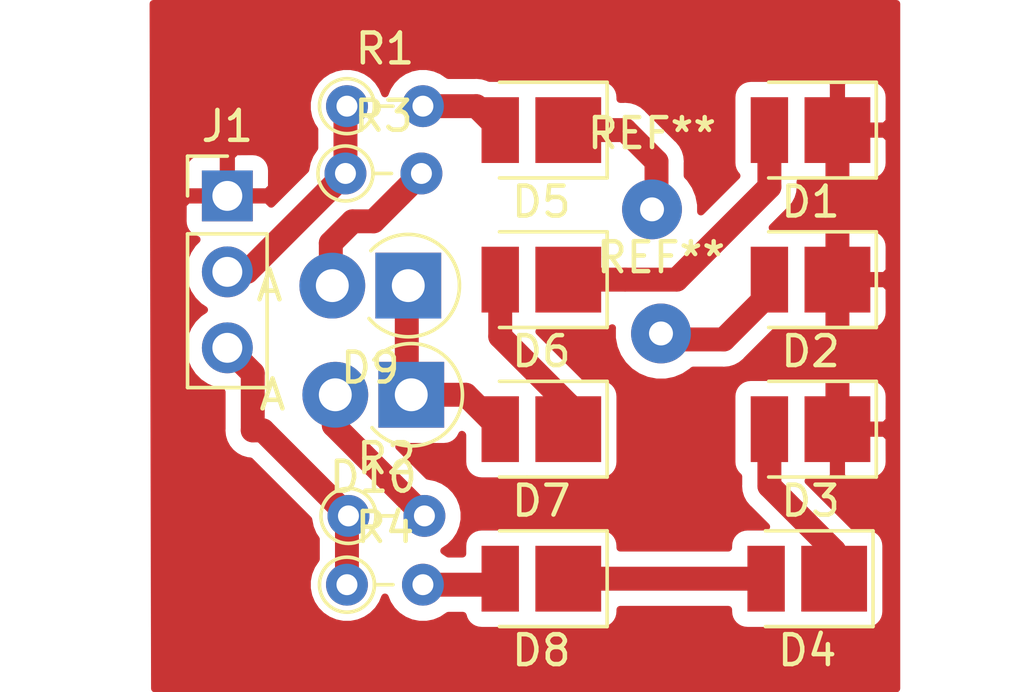
<source format=kicad_pcb>
(kicad_pcb (version 20171130) (host pcbnew 5.1.5+dfsg1-2build2)

  (general
    (thickness 1.6)
    (drawings 0)
    (tracks 45)
    (zones 0)
    (modules 17)
    (nets 14)
  )

  (page A4)
  (layers
    (0 F.Cu signal)
    (31 B.Cu signal)
    (32 B.Adhes user)
    (33 F.Adhes user)
    (34 B.Paste user)
    (35 F.Paste user)
    (36 B.SilkS user)
    (37 F.SilkS user)
    (38 B.Mask user)
    (39 F.Mask user)
    (40 Dwgs.User user)
    (41 Cmts.User user)
    (42 Eco1.User user)
    (43 Eco2.User user)
    (44 Edge.Cuts user)
    (45 Margin user)
    (46 B.CrtYd user)
    (47 F.CrtYd user)
    (48 B.Fab user)
    (49 F.Fab user)
  )

  (setup
    (last_trace_width 0.8)
    (trace_clearance 0.5)
    (zone_clearance 0.508)
    (zone_45_only no)
    (trace_min 0.2)
    (via_size 0.8)
    (via_drill 0.4)
    (via_min_size 0.4)
    (via_min_drill 0.3)
    (uvia_size 0.3)
    (uvia_drill 0.1)
    (uvias_allowed no)
    (uvia_min_size 0.2)
    (uvia_min_drill 0.1)
    (edge_width 0.05)
    (segment_width 0.2)
    (pcb_text_width 0.3)
    (pcb_text_size 1.5 1.5)
    (mod_edge_width 0.12)
    (mod_text_size 1 1)
    (mod_text_width 0.15)
    (pad_size 1.524 1.524)
    (pad_drill 0.762)
    (pad_to_mask_clearance 0.051)
    (solder_mask_min_width 0.25)
    (aux_axis_origin 0 0)
    (visible_elements FFFFFF7F)
    (pcbplotparams
      (layerselection 0x010fc_ffffffff)
      (usegerberextensions false)
      (usegerberattributes false)
      (usegerberadvancedattributes false)
      (creategerberjobfile false)
      (excludeedgelayer true)
      (linewidth 0.100000)
      (plotframeref false)
      (viasonmask false)
      (mode 1)
      (useauxorigin false)
      (hpglpennumber 1)
      (hpglpenspeed 20)
      (hpglpendiameter 15.000000)
      (psnegative false)
      (psa4output false)
      (plotreference true)
      (plotvalue true)
      (plotinvisibletext false)
      (padsonsilk false)
      (subtractmaskfromsilk false)
      (outputformat 1)
      (mirror false)
      (drillshape 1)
      (scaleselection 1)
      (outputdirectory ""))
  )

  (net 0 "")
  (net 1 GND)
  (net 2 "Net-(D1-Pad2)")
  (net 3 "Net-(D2-Pad2)")
  (net 4 "Net-(D3-Pad2)")
  (net 5 "Net-(D4-Pad2)")
  (net 6 "Net-(D5-Pad2)")
  (net 7 "Net-(D6-Pad2)")
  (net 8 "Net-(D10-Pad1)")
  (net 9 "Net-(D8-Pad2)")
  (net 10 "Net-(D9-Pad2)")
  (net 11 "Net-(D10-Pad2)")
  (net 12 /BrakesLights)
  (net 13 /ParkerLights)

  (net_class Default "This is the default net class."
    (clearance 0.5)
    (trace_width 0.8)
    (via_dia 0.8)
    (via_drill 0.4)
    (uvia_dia 0.3)
    (uvia_drill 0.1)
    (add_net /BrakesLights)
    (add_net /ParkerLights)
    (add_net GND)
    (add_net "Net-(D1-Pad2)")
    (add_net "Net-(D10-Pad1)")
    (add_net "Net-(D10-Pad2)")
    (add_net "Net-(D2-Pad2)")
    (add_net "Net-(D3-Pad2)")
    (add_net "Net-(D4-Pad2)")
    (add_net "Net-(D5-Pad2)")
    (add_net "Net-(D6-Pad2)")
    (add_net "Net-(D8-Pad2)")
    (add_net "Net-(D9-Pad2)")
  )

  (module Connector_Wire:SolderWirePad_1x01_Drill0.8mm (layer F.Cu) (tedit 5A2676A0) (tstamp 62AD8550)
    (at 154 93.8)
    (descr "Wire solder connection")
    (tags connector)
    (attr virtual)
    (fp_text reference REF** (at 0 -2.54) (layer F.SilkS)
      (effects (font (size 1 1) (thickness 0.15)))
    )
    (fp_text value SolderWirePad_1x01_Drill0.8mm (at 0 2.54) (layer F.Fab)
      (effects (font (size 1 1) (thickness 0.15)))
    )
    (fp_line (start 1.5 1.5) (end -1.5 1.5) (layer F.CrtYd) (width 0.05))
    (fp_line (start 1.5 1.5) (end 1.5 -1.5) (layer F.CrtYd) (width 0.05))
    (fp_line (start -1.5 -1.5) (end -1.5 1.5) (layer F.CrtYd) (width 0.05))
    (fp_line (start -1.5 -1.5) (end 1.5 -1.5) (layer F.CrtYd) (width 0.05))
    (fp_text user %R (at 0 0) (layer F.Fab)
      (effects (font (size 1 1) (thickness 0.15)))
    )
    (pad 1 thru_hole circle (at 0 0) (size 1.99898 1.99898) (drill 0.8001) (layers *.Cu *.Mask))
  )

  (module Connector_Wire:SolderWirePad_1x01_Drill0.8mm (layer F.Cu) (tedit 5A2676A0) (tstamp 62AD8534)
    (at 153.7 89.65)
    (descr "Wire solder connection")
    (tags connector)
    (attr virtual)
    (fp_text reference REF** (at 0 -2.54) (layer F.SilkS)
      (effects (font (size 1 1) (thickness 0.15)))
    )
    (fp_text value SolderWirePad_1x01_Drill0.8mm (at 0 2.54) (layer F.Fab)
      (effects (font (size 1 1) (thickness 0.15)))
    )
    (fp_line (start 1.5 1.5) (end -1.5 1.5) (layer F.CrtYd) (width 0.05))
    (fp_line (start 1.5 1.5) (end 1.5 -1.5) (layer F.CrtYd) (width 0.05))
    (fp_line (start -1.5 -1.5) (end -1.5 1.5) (layer F.CrtYd) (width 0.05))
    (fp_line (start -1.5 -1.5) (end 1.5 -1.5) (layer F.CrtYd) (width 0.05))
    (fp_text user %R (at 0 0) (layer F.Fab)
      (effects (font (size 1 1) (thickness 0.15)))
    )
    (pad 1 thru_hole circle (at 0 0) (size 1.99898 1.99898) (drill 0.8001) (layers *.Cu *.Mask))
  )

  (module LED_SMD:LED_PLCC_2835 (layer F.Cu) (tedit 5C652239) (tstamp 62AD6343)
    (at 158.89 102 180)
    (descr https://www.luckylight.cn/media/component/data-sheet/R2835BC-B2M-M10.pdf)
    (tags LED)
    (path /62AD6CA7)
    (attr smd)
    (fp_text reference D4 (at 0 -2.4) (layer F.SilkS)
      (effects (font (size 1 1) (thickness 0.15)))
    )
    (fp_text value WHITE (at 0 2.475) (layer F.Fab)
      (effects (font (size 1 1) (thickness 0.15)))
    )
    (fp_line (start -1.05 -1.4) (end -1.75 -0.7) (layer F.Fab) (width 0.1))
    (fp_line (start -2.2 -1.6) (end -2.2 1.6) (layer F.SilkS) (width 0.12))
    (fp_text user %R (at 0 0) (layer F.Fab)
      (effects (font (size 0.9 0.9) (thickness 0.135)))
    )
    (fp_line (start 1.75 1.4) (end -1.75 1.4) (layer F.Fab) (width 0.1))
    (fp_line (start -1.75 1.4) (end -1.75 -0.7) (layer F.Fab) (width 0.1))
    (fp_line (start -1.05 -1.4) (end 1.75 -1.4) (layer F.Fab) (width 0.1))
    (fp_line (start 1.75 -1.4) (end 1.75 1.4) (layer F.Fab) (width 0.1))
    (fp_line (start 1.4 1.6) (end -2.2 1.6) (layer F.SilkS) (width 0.12))
    (fp_line (start 1.4 -1.6) (end -2.2 -1.6) (layer F.SilkS) (width 0.12))
    (fp_line (start 2.25 1.65) (end -2.25 1.65) (layer F.CrtYd) (width 0.05))
    (fp_line (start -2.25 1.65) (end -2.25 -1.65) (layer F.CrtYd) (width 0.05))
    (fp_line (start -2.25 -1.65) (end 2.25 -1.65) (layer F.CrtYd) (width 0.05))
    (fp_line (start 2.25 -1.65) (end 2.25 1.65) (layer F.CrtYd) (width 0.05))
    (pad 2 smd rect (at 1.375 0 180) (size 1.25 2.2) (layers F.Cu F.Paste F.Mask)
      (net 5 "Net-(D4-Pad2)"))
    (pad 1 smd rect (at -0.9 0 180) (size 2.2 2.2) (layers F.Cu F.Paste F.Mask)
      (net 4 "Net-(D3-Pad2)"))
    (model ${KISYS3DMOD}/LED_SMD.3dshapes/LED_PLCC_2835.wrl
      (at (xyz 0 0 0))
      (scale (xyz 1 1 1))
      (rotate (xyz 0 0 0))
    )
  )

  (module Resistor_THT:R_Axial_DIN0204_L3.6mm_D1.6mm_P2.54mm_Vertical (layer F.Cu) (tedit 5AE5139B) (tstamp 62AD6357)
    (at 143.45 88.45)
    (descr "Resistor, Axial_DIN0204 series, Axial, Vertical, pin pitch=2.54mm, 0.167W, length*diameter=3.6*1.6mm^2, http://cdn-reichelt.de/documents/datenblatt/B400/1_4W%23YAG.pdf")
    (tags "Resistor Axial_DIN0204 series Axial Vertical pin pitch 2.54mm 0.167W length 3.6mm diameter 1.6mm")
    (path /62ADCD84)
    (fp_text reference R3 (at 1.27 -1.92) (layer F.SilkS)
      (effects (font (size 1 1) (thickness 0.15)))
    )
    (fp_text value R_Small (at 1.27 1.92) (layer F.Fab)
      (effects (font (size 1 1) (thickness 0.15)))
    )
    (fp_text user %R (at 1.27 -1.92) (layer F.Fab)
      (effects (font (size 1 1) (thickness 0.15)))
    )
    (fp_line (start 3.49 -1.05) (end -1.05 -1.05) (layer F.CrtYd) (width 0.05))
    (fp_line (start 3.49 1.05) (end 3.49 -1.05) (layer F.CrtYd) (width 0.05))
    (fp_line (start -1.05 1.05) (end 3.49 1.05) (layer F.CrtYd) (width 0.05))
    (fp_line (start -1.05 -1.05) (end -1.05 1.05) (layer F.CrtYd) (width 0.05))
    (fp_line (start 0.92 0) (end 1.54 0) (layer F.SilkS) (width 0.12))
    (fp_line (start 0 0) (end 2.54 0) (layer F.Fab) (width 0.1))
    (fp_circle (center 0 0) (end 0.92 0) (layer F.SilkS) (width 0.12))
    (fp_circle (center 0 0) (end 0.8 0) (layer F.Fab) (width 0.1))
    (pad 2 thru_hole oval (at 2.54 0) (size 1.4 1.4) (drill 0.7) (layers *.Cu *.Mask)
      (net 10 "Net-(D9-Pad2)"))
    (pad 1 thru_hole circle (at 0 0) (size 1.4 1.4) (drill 0.7) (layers *.Cu *.Mask)
      (net 12 /BrakesLights))
    (model ${KISYS3DMOD}/Resistor_THT.3dshapes/R_Axial_DIN0204_L3.6mm_D1.6mm_P2.54mm_Vertical.wrl
      (at (xyz 0 0 0))
      (scale (xyz 1 1 1))
      (rotate (xyz 0 0 0))
    )
  )

  (module LED_SMD:LED_PLCC_2835 (layer F.Cu) (tedit 5C652239) (tstamp 62AD62F4)
    (at 150 92 180)
    (descr https://www.luckylight.cn/media/component/data-sheet/R2835BC-B2M-M10.pdf)
    (tags LED)
    (path /62AD5C4B)
    (attr smd)
    (fp_text reference D6 (at 0 -2.4) (layer F.SilkS)
      (effects (font (size 1 1) (thickness 0.15)))
    )
    (fp_text value RED (at 0 2.475) (layer F.Fab)
      (effects (font (size 1 1) (thickness 0.15)))
    )
    (fp_line (start 2.25 -1.65) (end 2.25 1.65) (layer F.CrtYd) (width 0.05))
    (fp_line (start -2.25 -1.65) (end 2.25 -1.65) (layer F.CrtYd) (width 0.05))
    (fp_line (start -2.25 1.65) (end -2.25 -1.65) (layer F.CrtYd) (width 0.05))
    (fp_line (start 2.25 1.65) (end -2.25 1.65) (layer F.CrtYd) (width 0.05))
    (fp_line (start 1.4 -1.6) (end -2.2 -1.6) (layer F.SilkS) (width 0.12))
    (fp_line (start 1.4 1.6) (end -2.2 1.6) (layer F.SilkS) (width 0.12))
    (fp_line (start 1.75 -1.4) (end 1.75 1.4) (layer F.Fab) (width 0.1))
    (fp_line (start -1.05 -1.4) (end 1.75 -1.4) (layer F.Fab) (width 0.1))
    (fp_line (start -1.75 1.4) (end -1.75 -0.7) (layer F.Fab) (width 0.1))
    (fp_line (start 1.75 1.4) (end -1.75 1.4) (layer F.Fab) (width 0.1))
    (fp_text user %R (at 0 0) (layer F.Fab)
      (effects (font (size 0.9 0.9) (thickness 0.135)))
    )
    (fp_line (start -2.2 -1.6) (end -2.2 1.6) (layer F.SilkS) (width 0.12))
    (fp_line (start -1.05 -1.4) (end -1.75 -0.7) (layer F.Fab) (width 0.1))
    (pad 1 smd rect (at -0.9 0 180) (size 2.2 2.2) (layers F.Cu F.Paste F.Mask)
      (net 2 "Net-(D1-Pad2)"))
    (pad 2 smd rect (at 1.375 0 180) (size 1.25 2.2) (layers F.Cu F.Paste F.Mask)
      (net 7 "Net-(D6-Pad2)"))
    (model ${KISYS3DMOD}/LED_SMD.3dshapes/LED_PLCC_2835.wrl
      (at (xyz 0 0 0))
      (scale (xyz 1 1 1))
      (rotate (xyz 0 0 0))
    )
  )

  (module Diode_THT:D_DO-41_SOD81_P2.54mm_Vertical_AnodeUp (layer F.Cu) (tedit 5AE50CD5) (tstamp 62AD6306)
    (at 145.65 95.85 180)
    (descr "Diode, DO-41_SOD81 series, Axial, Vertical, pin pitch=2.54mm, , length*diameter=5.2*2.7mm^2, , http://www.diodes.com/_files/packages/DO-41%20(Plastic).pdf")
    (tags "Diode DO-41_SOD81 series Axial Vertical pin pitch 2.54mm  length 5.2mm diameter 2.7mm")
    (path /62AE2866)
    (fp_text reference D10 (at 1.27 -2.750635) (layer F.SilkS)
      (effects (font (size 1 1) (thickness 0.15)))
    )
    (fp_text value D (at 1.27 3.639635) (layer F.Fab)
      (effects (font (size 1 1) (thickness 0.15)))
    )
    (fp_text user A (at 4.64 0) (layer F.SilkS)
      (effects (font (size 1 1) (thickness 0.15)))
    )
    (fp_text user A (at 4.64 0) (layer F.Fab)
      (effects (font (size 1 1) (thickness 0.15)))
    )
    (fp_text user %R (at 1.27 -2.750635) (layer F.Fab)
      (effects (font (size 1 1) (thickness 0.15)))
    )
    (fp_line (start 3.89 -1.6) (end -1.6 -1.6) (layer F.CrtYd) (width 0.05))
    (fp_line (start 3.89 1.6) (end 3.89 -1.6) (layer F.CrtYd) (width 0.05))
    (fp_line (start -1.6 1.6) (end 3.89 1.6) (layer F.CrtYd) (width 0.05))
    (fp_line (start -1.6 -1.6) (end -1.6 1.6) (layer F.CrtYd) (width 0.05))
    (fp_line (start 0 0) (end 2.54 0) (layer F.Fab) (width 0.1))
    (fp_circle (center 0 0) (end 1.35 0) (layer F.Fab) (width 0.1))
    (fp_arc (start 0 0) (end 1.311153 -1.1) (angle -276.998058) (layer F.SilkS) (width 0.12))
    (pad 2 thru_hole oval (at 2.54 0 180) (size 2.2 2.2) (drill 1.1) (layers *.Cu *.Mask)
      (net 11 "Net-(D10-Pad2)"))
    (pad 1 thru_hole rect (at 0 0 180) (size 2.2 2.2) (drill 1.1) (layers *.Cu *.Mask)
      (net 8 "Net-(D10-Pad1)"))
    (model ${KISYS3DMOD}/Diode_THT.3dshapes/D_DO-41_SOD81_P2.54mm_Vertical_AnodeUp.wrl
      (at (xyz 0 0 0))
      (scale (xyz 1 1 1))
      (rotate (xyz 0 0 0))
    )
  )

  (module LED_SMD:LED_PLCC_2835 (layer F.Cu) (tedit 5C652239) (tstamp 62AD6315)
    (at 150 102 180)
    (descr https://www.luckylight.cn/media/component/data-sheet/R2835BC-B2M-M10.pdf)
    (tags LED)
    (path /62AD7114)
    (attr smd)
    (fp_text reference D8 (at 0 -2.4) (layer F.SilkS)
      (effects (font (size 1 1) (thickness 0.15)))
    )
    (fp_text value WHITE (at 0 2.475) (layer F.Fab)
      (effects (font (size 1 1) (thickness 0.15)))
    )
    (fp_line (start 2.25 -1.65) (end 2.25 1.65) (layer F.CrtYd) (width 0.05))
    (fp_line (start -2.25 -1.65) (end 2.25 -1.65) (layer F.CrtYd) (width 0.05))
    (fp_line (start -2.25 1.65) (end -2.25 -1.65) (layer F.CrtYd) (width 0.05))
    (fp_line (start 2.25 1.65) (end -2.25 1.65) (layer F.CrtYd) (width 0.05))
    (fp_line (start 1.4 -1.6) (end -2.2 -1.6) (layer F.SilkS) (width 0.12))
    (fp_line (start 1.4 1.6) (end -2.2 1.6) (layer F.SilkS) (width 0.12))
    (fp_line (start 1.75 -1.4) (end 1.75 1.4) (layer F.Fab) (width 0.1))
    (fp_line (start -1.05 -1.4) (end 1.75 -1.4) (layer F.Fab) (width 0.1))
    (fp_line (start -1.75 1.4) (end -1.75 -0.7) (layer F.Fab) (width 0.1))
    (fp_line (start 1.75 1.4) (end -1.75 1.4) (layer F.Fab) (width 0.1))
    (fp_text user %R (at 0 0) (layer F.Fab)
      (effects (font (size 0.9 0.9) (thickness 0.135)))
    )
    (fp_line (start -2.2 -1.6) (end -2.2 1.6) (layer F.SilkS) (width 0.12))
    (fp_line (start -1.05 -1.4) (end -1.75 -0.7) (layer F.Fab) (width 0.1))
    (pad 1 smd rect (at -0.9 0 180) (size 2.2 2.2) (layers F.Cu F.Paste F.Mask)
      (net 5 "Net-(D4-Pad2)"))
    (pad 2 smd rect (at 1.375 0 180) (size 1.25 2.2) (layers F.Cu F.Paste F.Mask)
      (net 9 "Net-(D8-Pad2)"))
    (model ${KISYS3DMOD}/LED_SMD.3dshapes/LED_PLCC_2835.wrl
      (at (xyz 0 0 0))
      (scale (xyz 1 1 1))
      (rotate (xyz 0 0 0))
    )
  )

  (module LED_SMD:LED_PLCC_2835 (layer F.Cu) (tedit 5C652239) (tstamp 62AD62D7)
    (at 159 97 180)
    (descr https://www.luckylight.cn/media/component/data-sheet/R2835BC-B2M-M10.pdf)
    (tags LED)
    (path /62AD66EF)
    (attr smd)
    (fp_text reference D3 (at 0 -2.4) (layer F.SilkS)
      (effects (font (size 1 1) (thickness 0.15)))
    )
    (fp_text value WHITE (at 0 2.475) (layer F.Fab)
      (effects (font (size 1 1) (thickness 0.15)))
    )
    (fp_line (start 2.25 -1.65) (end 2.25 1.65) (layer F.CrtYd) (width 0.05))
    (fp_line (start -2.25 -1.65) (end 2.25 -1.65) (layer F.CrtYd) (width 0.05))
    (fp_line (start -2.25 1.65) (end -2.25 -1.65) (layer F.CrtYd) (width 0.05))
    (fp_line (start 2.25 1.65) (end -2.25 1.65) (layer F.CrtYd) (width 0.05))
    (fp_line (start 1.4 -1.6) (end -2.2 -1.6) (layer F.SilkS) (width 0.12))
    (fp_line (start 1.4 1.6) (end -2.2 1.6) (layer F.SilkS) (width 0.12))
    (fp_line (start 1.75 -1.4) (end 1.75 1.4) (layer F.Fab) (width 0.1))
    (fp_line (start -1.05 -1.4) (end 1.75 -1.4) (layer F.Fab) (width 0.1))
    (fp_line (start -1.75 1.4) (end -1.75 -0.7) (layer F.Fab) (width 0.1))
    (fp_line (start 1.75 1.4) (end -1.75 1.4) (layer F.Fab) (width 0.1))
    (fp_text user %R (at 0 0) (layer F.Fab)
      (effects (font (size 0.9 0.9) (thickness 0.135)))
    )
    (fp_line (start -2.2 -1.6) (end -2.2 1.6) (layer F.SilkS) (width 0.12))
    (fp_line (start -1.05 -1.4) (end -1.75 -0.7) (layer F.Fab) (width 0.1))
    (pad 1 smd rect (at -0.9 0 180) (size 2.2 2.2) (layers F.Cu F.Paste F.Mask)
      (net 1 GND))
    (pad 2 smd rect (at 1.375 0 180) (size 1.25 2.2) (layers F.Cu F.Paste F.Mask)
      (net 4 "Net-(D3-Pad2)"))
    (model ${KISYS3DMOD}/LED_SMD.3dshapes/LED_PLCC_2835.wrl
      (at (xyz 0 0 0))
      (scale (xyz 1 1 1))
      (rotate (xyz 0 0 0))
    )
  )

  (module LED_SMD:LED_PLCC_2835 (layer F.Cu) (tedit 5C652239) (tstamp 62AD62C5)
    (at 159 92 180)
    (descr https://www.luckylight.cn/media/component/data-sheet/R2835BC-B2M-M10.pdf)
    (tags LED)
    (path /62AD53F5)
    (attr smd)
    (fp_text reference D2 (at 0 -2.4) (layer F.SilkS)
      (effects (font (size 1 1) (thickness 0.15)))
    )
    (fp_text value RED (at 0 2.475) (layer F.Fab)
      (effects (font (size 1 1) (thickness 0.15)))
    )
    (fp_line (start -1.05 -1.4) (end -1.75 -0.7) (layer F.Fab) (width 0.1))
    (fp_line (start -2.2 -1.6) (end -2.2 1.6) (layer F.SilkS) (width 0.12))
    (fp_text user %R (at 0 0) (layer F.Fab)
      (effects (font (size 0.9 0.9) (thickness 0.135)))
    )
    (fp_line (start 1.75 1.4) (end -1.75 1.4) (layer F.Fab) (width 0.1))
    (fp_line (start -1.75 1.4) (end -1.75 -0.7) (layer F.Fab) (width 0.1))
    (fp_line (start -1.05 -1.4) (end 1.75 -1.4) (layer F.Fab) (width 0.1))
    (fp_line (start 1.75 -1.4) (end 1.75 1.4) (layer F.Fab) (width 0.1))
    (fp_line (start 1.4 1.6) (end -2.2 1.6) (layer F.SilkS) (width 0.12))
    (fp_line (start 1.4 -1.6) (end -2.2 -1.6) (layer F.SilkS) (width 0.12))
    (fp_line (start 2.25 1.65) (end -2.25 1.65) (layer F.CrtYd) (width 0.05))
    (fp_line (start -2.25 1.65) (end -2.25 -1.65) (layer F.CrtYd) (width 0.05))
    (fp_line (start -2.25 -1.65) (end 2.25 -1.65) (layer F.CrtYd) (width 0.05))
    (fp_line (start 2.25 -1.65) (end 2.25 1.65) (layer F.CrtYd) (width 0.05))
    (pad 2 smd rect (at 1.375 0 180) (size 1.25 2.2) (layers F.Cu F.Paste F.Mask)
      (net 3 "Net-(D2-Pad2)"))
    (pad 1 smd rect (at -0.9 0 180) (size 2.2 2.2) (layers F.Cu F.Paste F.Mask)
      (net 1 GND))
    (model ${KISYS3DMOD}/LED_SMD.3dshapes/LED_PLCC_2835.wrl
      (at (xyz 0 0 0))
      (scale (xyz 1 1 1))
      (rotate (xyz 0 0 0))
    )
  )

  (module Resistor_THT:R_Axial_DIN0204_L3.6mm_D1.6mm_P2.54mm_Vertical (layer F.Cu) (tedit 5AE5139B) (tstamp 62AD6273)
    (at 143.55 99.9)
    (descr "Resistor, Axial_DIN0204 series, Axial, Vertical, pin pitch=2.54mm, 0.167W, length*diameter=3.6*1.6mm^2, http://cdn-reichelt.de/documents/datenblatt/B400/1_4W%23YAG.pdf")
    (tags "Resistor Axial_DIN0204 series Axial Vertical pin pitch 2.54mm 0.167W length 3.6mm diameter 1.6mm")
    (path /62AE9447)
    (fp_text reference R2 (at 1.27 -1.92) (layer F.SilkS)
      (effects (font (size 1 1) (thickness 0.15)))
    )
    (fp_text value R_Small (at 1.27 1.92) (layer F.Fab)
      (effects (font (size 1 1) (thickness 0.15)))
    )
    (fp_circle (center 0 0) (end 0.8 0) (layer F.Fab) (width 0.1))
    (fp_circle (center 0 0) (end 0.92 0) (layer F.SilkS) (width 0.12))
    (fp_line (start 0 0) (end 2.54 0) (layer F.Fab) (width 0.1))
    (fp_line (start 0.92 0) (end 1.54 0) (layer F.SilkS) (width 0.12))
    (fp_line (start -1.05 -1.05) (end -1.05 1.05) (layer F.CrtYd) (width 0.05))
    (fp_line (start -1.05 1.05) (end 3.49 1.05) (layer F.CrtYd) (width 0.05))
    (fp_line (start 3.49 1.05) (end 3.49 -1.05) (layer F.CrtYd) (width 0.05))
    (fp_line (start 3.49 -1.05) (end -1.05 -1.05) (layer F.CrtYd) (width 0.05))
    (fp_text user %R (at 1.27 -1.92) (layer F.Fab)
      (effects (font (size 1 1) (thickness 0.15)))
    )
    (pad 1 thru_hole circle (at 0 0) (size 1.4 1.4) (drill 0.7) (layers *.Cu *.Mask)
      (net 13 /ParkerLights))
    (pad 2 thru_hole oval (at 2.54 0) (size 1.4 1.4) (drill 0.7) (layers *.Cu *.Mask)
      (net 11 "Net-(D10-Pad2)"))
    (model ${KISYS3DMOD}/Resistor_THT.3dshapes/R_Axial_DIN0204_L3.6mm_D1.6mm_P2.54mm_Vertical.wrl
      (at (xyz 0 0 0))
      (scale (xyz 1 1 1))
      (rotate (xyz 0 0 0))
    )
  )

  (module Diode_THT:D_DO-41_SOD81_P2.54mm_Vertical_AnodeUp (layer F.Cu) (tedit 5AE50CD5) (tstamp 62AD6232)
    (at 145.55 92.2 180)
    (descr "Diode, DO-41_SOD81 series, Axial, Vertical, pin pitch=2.54mm, , length*diameter=5.2*2.7mm^2, , http://www.diodes.com/_files/packages/DO-41%20(Plastic).pdf")
    (tags "Diode DO-41_SOD81 series Axial Vertical pin pitch 2.54mm  length 5.2mm diameter 2.7mm")
    (path /62AF5F40)
    (fp_text reference D9 (at 1.27 -2.750635) (layer F.SilkS)
      (effects (font (size 1 1) (thickness 0.15)))
    )
    (fp_text value D (at 1.27 3.639635) (layer F.Fab)
      (effects (font (size 1 1) (thickness 0.15)))
    )
    (fp_arc (start 0 0) (end 1.311153 -1.1) (angle -276.998058) (layer F.SilkS) (width 0.12))
    (fp_circle (center 0 0) (end 1.35 0) (layer F.Fab) (width 0.1))
    (fp_line (start 0 0) (end 2.54 0) (layer F.Fab) (width 0.1))
    (fp_line (start -1.6 -1.6) (end -1.6 1.6) (layer F.CrtYd) (width 0.05))
    (fp_line (start -1.6 1.6) (end 3.89 1.6) (layer F.CrtYd) (width 0.05))
    (fp_line (start 3.89 1.6) (end 3.89 -1.6) (layer F.CrtYd) (width 0.05))
    (fp_line (start 3.89 -1.6) (end -1.6 -1.6) (layer F.CrtYd) (width 0.05))
    (fp_text user %R (at 1.27 -2.750635) (layer F.Fab)
      (effects (font (size 1 1) (thickness 0.15)))
    )
    (fp_text user A (at 4.64 0) (layer F.Fab)
      (effects (font (size 1 1) (thickness 0.15)))
    )
    (fp_text user A (at 4.64 0) (layer F.SilkS)
      (effects (font (size 1 1) (thickness 0.15)))
    )
    (pad 1 thru_hole rect (at 0 0 180) (size 2.2 2.2) (drill 1.1) (layers *.Cu *.Mask)
      (net 8 "Net-(D10-Pad1)"))
    (pad 2 thru_hole oval (at 2.54 0 180) (size 2.2 2.2) (drill 1.1) (layers *.Cu *.Mask)
      (net 10 "Net-(D9-Pad2)"))
    (model ${KISYS3DMOD}/Diode_THT.3dshapes/D_DO-41_SOD81_P2.54mm_Vertical_AnodeUp.wrl
      (at (xyz 0 0 0))
      (scale (xyz 1 1 1))
      (rotate (xyz 0 0 0))
    )
  )

  (module Connector_PinHeader_2.54mm:PinHeader_1x03_P2.54mm_Vertical (layer F.Cu) (tedit 59FED5CC) (tstamp 62AD6253)
    (at 139.5 89.2)
    (descr "Through hole straight pin header, 1x03, 2.54mm pitch, single row")
    (tags "Through hole pin header THT 1x03 2.54mm single row")
    (path /62B0CF83)
    (fp_text reference J1 (at 0 -2.33) (layer F.SilkS)
      (effects (font (size 1 1) (thickness 0.15)))
    )
    (fp_text value "Gnd Brakes Parkers" (at 0 7.41) (layer F.Fab)
      (effects (font (size 1 1) (thickness 0.15)))
    )
    (fp_text user %R (at 0 2.54 90) (layer F.Fab)
      (effects (font (size 1 1) (thickness 0.15)))
    )
    (fp_line (start 1.8 -1.8) (end -1.8 -1.8) (layer F.CrtYd) (width 0.05))
    (fp_line (start 1.8 6.85) (end 1.8 -1.8) (layer F.CrtYd) (width 0.05))
    (fp_line (start -1.8 6.85) (end 1.8 6.85) (layer F.CrtYd) (width 0.05))
    (fp_line (start -1.8 -1.8) (end -1.8 6.85) (layer F.CrtYd) (width 0.05))
    (fp_line (start -1.33 -1.33) (end 0 -1.33) (layer F.SilkS) (width 0.12))
    (fp_line (start -1.33 0) (end -1.33 -1.33) (layer F.SilkS) (width 0.12))
    (fp_line (start -1.33 1.27) (end 1.33 1.27) (layer F.SilkS) (width 0.12))
    (fp_line (start 1.33 1.27) (end 1.33 6.41) (layer F.SilkS) (width 0.12))
    (fp_line (start -1.33 1.27) (end -1.33 6.41) (layer F.SilkS) (width 0.12))
    (fp_line (start -1.33 6.41) (end 1.33 6.41) (layer F.SilkS) (width 0.12))
    (fp_line (start -1.27 -0.635) (end -0.635 -1.27) (layer F.Fab) (width 0.1))
    (fp_line (start -1.27 6.35) (end -1.27 -0.635) (layer F.Fab) (width 0.1))
    (fp_line (start 1.27 6.35) (end -1.27 6.35) (layer F.Fab) (width 0.1))
    (fp_line (start 1.27 -1.27) (end 1.27 6.35) (layer F.Fab) (width 0.1))
    (fp_line (start -0.635 -1.27) (end 1.27 -1.27) (layer F.Fab) (width 0.1))
    (pad 3 thru_hole oval (at 0 5.08) (size 1.7 1.7) (drill 1) (layers *.Cu *.Mask)
      (net 13 /ParkerLights))
    (pad 2 thru_hole oval (at 0 2.54) (size 1.7 1.7) (drill 1) (layers *.Cu *.Mask)
      (net 12 /BrakesLights))
    (pad 1 thru_hole rect (at 0 0) (size 1.7 1.7) (drill 1) (layers *.Cu *.Mask)
      (net 1 GND))
    (model ${KISYS3DMOD}/Connector_PinHeader_2.54mm.3dshapes/PinHeader_1x03_P2.54mm_Vertical.wrl
      (at (xyz 0 0 0))
      (scale (xyz 1 1 1))
      (rotate (xyz 0 0 0))
    )
  )

  (module LED_SMD:LED_PLCC_2835 (layer F.Cu) (tedit 5C652239) (tstamp 62AD6328)
    (at 150 87 180)
    (descr https://www.luckylight.cn/media/component/data-sheet/R2835BC-B2M-M10.pdf)
    (tags LED)
    (path /62AD4DE3)
    (attr smd)
    (fp_text reference D5 (at 0 -2.4) (layer F.SilkS)
      (effects (font (size 1 1) (thickness 0.15)))
    )
    (fp_text value RED (at 0 2.475) (layer F.Fab)
      (effects (font (size 1 1) (thickness 0.15)))
    )
    (fp_line (start 2.25 -1.65) (end 2.25 1.65) (layer F.CrtYd) (width 0.05))
    (fp_line (start -2.25 -1.65) (end 2.25 -1.65) (layer F.CrtYd) (width 0.05))
    (fp_line (start -2.25 1.65) (end -2.25 -1.65) (layer F.CrtYd) (width 0.05))
    (fp_line (start 2.25 1.65) (end -2.25 1.65) (layer F.CrtYd) (width 0.05))
    (fp_line (start 1.4 -1.6) (end -2.2 -1.6) (layer F.SilkS) (width 0.12))
    (fp_line (start 1.4 1.6) (end -2.2 1.6) (layer F.SilkS) (width 0.12))
    (fp_line (start 1.75 -1.4) (end 1.75 1.4) (layer F.Fab) (width 0.1))
    (fp_line (start -1.05 -1.4) (end 1.75 -1.4) (layer F.Fab) (width 0.1))
    (fp_line (start -1.75 1.4) (end -1.75 -0.7) (layer F.Fab) (width 0.1))
    (fp_line (start 1.75 1.4) (end -1.75 1.4) (layer F.Fab) (width 0.1))
    (fp_text user %R (at 0 0) (layer F.Fab)
      (effects (font (size 0.9 0.9) (thickness 0.135)))
    )
    (fp_line (start -2.2 -1.6) (end -2.2 1.6) (layer F.SilkS) (width 0.12))
    (fp_line (start -1.05 -1.4) (end -1.75 -0.7) (layer F.Fab) (width 0.1))
    (pad 1 smd rect (at -0.9 0 180) (size 2.2 2.2) (layers F.Cu F.Paste F.Mask)
      (net 3 "Net-(D2-Pad2)"))
    (pad 2 smd rect (at 1.375 0 180) (size 1.25 2.2) (layers F.Cu F.Paste F.Mask)
      (net 6 "Net-(D5-Pad2)"))
    (model ${KISYS3DMOD}/LED_SMD.3dshapes/LED_PLCC_2835.wrl
      (at (xyz 0 0 0))
      (scale (xyz 1 1 1))
      (rotate (xyz 0 0 0))
    )
  )

  (module Resistor_THT:R_Axial_DIN0204_L3.6mm_D1.6mm_P2.54mm_Vertical (layer F.Cu) (tedit 5AE5139B) (tstamp 62AD62B6)
    (at 143.5 102.2)
    (descr "Resistor, Axial_DIN0204 series, Axial, Vertical, pin pitch=2.54mm, 0.167W, length*diameter=3.6*1.6mm^2, http://cdn-reichelt.de/documents/datenblatt/B400/1_4W%23YAG.pdf")
    (tags "Resistor Axial_DIN0204 series Axial Vertical pin pitch 2.54mm 0.167W length 3.6mm diameter 1.6mm")
    (path /62AE9915)
    (fp_text reference R4 (at 1.27 -1.92) (layer F.SilkS)
      (effects (font (size 1 1) (thickness 0.15)))
    )
    (fp_text value R_Small (at 1.27 1.92) (layer F.Fab)
      (effects (font (size 1 1) (thickness 0.15)))
    )
    (fp_text user %R (at 1.27 -1.92) (layer F.Fab)
      (effects (font (size 1 1) (thickness 0.15)))
    )
    (fp_line (start 3.49 -1.05) (end -1.05 -1.05) (layer F.CrtYd) (width 0.05))
    (fp_line (start 3.49 1.05) (end 3.49 -1.05) (layer F.CrtYd) (width 0.05))
    (fp_line (start -1.05 1.05) (end 3.49 1.05) (layer F.CrtYd) (width 0.05))
    (fp_line (start -1.05 -1.05) (end -1.05 1.05) (layer F.CrtYd) (width 0.05))
    (fp_line (start 0.92 0) (end 1.54 0) (layer F.SilkS) (width 0.12))
    (fp_line (start 0 0) (end 2.54 0) (layer F.Fab) (width 0.1))
    (fp_circle (center 0 0) (end 0.92 0) (layer F.SilkS) (width 0.12))
    (fp_circle (center 0 0) (end 0.8 0) (layer F.Fab) (width 0.1))
    (pad 2 thru_hole oval (at 2.54 0) (size 1.4 1.4) (drill 0.7) (layers *.Cu *.Mask)
      (net 9 "Net-(D8-Pad2)"))
    (pad 1 thru_hole circle (at 0 0) (size 1.4 1.4) (drill 0.7) (layers *.Cu *.Mask)
      (net 13 /ParkerLights))
    (model ${KISYS3DMOD}/Resistor_THT.3dshapes/R_Axial_DIN0204_L3.6mm_D1.6mm_P2.54mm_Vertical.wrl
      (at (xyz 0 0 0))
      (scale (xyz 1 1 1))
      (rotate (xyz 0 0 0))
    )
  )

  (module LED_SMD:LED_PLCC_2835 (layer F.Cu) (tedit 5C652239) (tstamp 62AD6839)
    (at 159 87 180)
    (descr https://www.luckylight.cn/media/component/data-sheet/R2835BC-B2M-M10.pdf)
    (tags LED)
    (path /62AD4394)
    (attr smd)
    (fp_text reference D1 (at 0 -2.4) (layer F.SilkS)
      (effects (font (size 1 1) (thickness 0.15)))
    )
    (fp_text value RED (at 0 2.475) (layer F.Fab)
      (effects (font (size 1 1) (thickness 0.15)))
    )
    (fp_line (start -1.05 -1.4) (end -1.75 -0.7) (layer F.Fab) (width 0.1))
    (fp_line (start -2.2 -1.6) (end -2.2 1.6) (layer F.SilkS) (width 0.12))
    (fp_text user %R (at 0 0) (layer F.Fab)
      (effects (font (size 0.9 0.9) (thickness 0.135)))
    )
    (fp_line (start 1.75 1.4) (end -1.75 1.4) (layer F.Fab) (width 0.1))
    (fp_line (start -1.75 1.4) (end -1.75 -0.7) (layer F.Fab) (width 0.1))
    (fp_line (start -1.05 -1.4) (end 1.75 -1.4) (layer F.Fab) (width 0.1))
    (fp_line (start 1.75 -1.4) (end 1.75 1.4) (layer F.Fab) (width 0.1))
    (fp_line (start 1.4 1.6) (end -2.2 1.6) (layer F.SilkS) (width 0.12))
    (fp_line (start 1.4 -1.6) (end -2.2 -1.6) (layer F.SilkS) (width 0.12))
    (fp_line (start 2.25 1.65) (end -2.25 1.65) (layer F.CrtYd) (width 0.05))
    (fp_line (start -2.25 1.65) (end -2.25 -1.65) (layer F.CrtYd) (width 0.05))
    (fp_line (start -2.25 -1.65) (end 2.25 -1.65) (layer F.CrtYd) (width 0.05))
    (fp_line (start 2.25 -1.65) (end 2.25 1.65) (layer F.CrtYd) (width 0.05))
    (pad 2 smd rect (at 1.375 0 180) (size 1.25 2.2) (layers F.Cu F.Paste F.Mask)
      (net 2 "Net-(D1-Pad2)"))
    (pad 1 smd rect (at -0.9 0 180) (size 2.2 2.2) (layers F.Cu F.Paste F.Mask)
      (net 1 GND))
    (model ${KISYS3DMOD}/LED_SMD.3dshapes/LED_PLCC_2835.wrl
      (at (xyz 0 0 0))
      (scale (xyz 1 1 1))
      (rotate (xyz 0 0 0))
    )
  )

  (module Resistor_THT:R_Axial_DIN0204_L3.6mm_D1.6mm_P2.54mm_Vertical (layer F.Cu) (tedit 5AE5139B) (tstamp 62AD6245)
    (at 143.5 86.2)
    (descr "Resistor, Axial_DIN0204 series, Axial, Vertical, pin pitch=2.54mm, 0.167W, length*diameter=3.6*1.6mm^2, http://cdn-reichelt.de/documents/datenblatt/B400/1_4W%23YAG.pdf")
    (tags "Resistor Axial_DIN0204 series Axial Vertical pin pitch 2.54mm 0.167W length 3.6mm diameter 1.6mm")
    (path /62AECB27)
    (fp_text reference R1 (at 1.27 -1.92) (layer F.SilkS)
      (effects (font (size 1 1) (thickness 0.15)))
    )
    (fp_text value R_Small (at 1.27 1.92) (layer F.Fab)
      (effects (font (size 1 1) (thickness 0.15)))
    )
    (fp_circle (center 0 0) (end 0.8 0) (layer F.Fab) (width 0.1))
    (fp_circle (center 0 0) (end 0.92 0) (layer F.SilkS) (width 0.12))
    (fp_line (start 0 0) (end 2.54 0) (layer F.Fab) (width 0.1))
    (fp_line (start 0.92 0) (end 1.54 0) (layer F.SilkS) (width 0.12))
    (fp_line (start -1.05 -1.05) (end -1.05 1.05) (layer F.CrtYd) (width 0.05))
    (fp_line (start -1.05 1.05) (end 3.49 1.05) (layer F.CrtYd) (width 0.05))
    (fp_line (start 3.49 1.05) (end 3.49 -1.05) (layer F.CrtYd) (width 0.05))
    (fp_line (start 3.49 -1.05) (end -1.05 -1.05) (layer F.CrtYd) (width 0.05))
    (fp_text user %R (at 1.27 -1.92) (layer F.Fab)
      (effects (font (size 1 1) (thickness 0.15)))
    )
    (pad 1 thru_hole circle (at 0 0) (size 1.4 1.4) (drill 0.7) (layers *.Cu *.Mask)
      (net 12 /BrakesLights))
    (pad 2 thru_hole oval (at 2.54 0) (size 1.4 1.4) (drill 0.7) (layers *.Cu *.Mask)
      (net 6 "Net-(D5-Pad2)"))
    (model ${KISYS3DMOD}/Resistor_THT.3dshapes/R_Axial_DIN0204_L3.6mm_D1.6mm_P2.54mm_Vertical.wrl
      (at (xyz 0 0 0))
      (scale (xyz 1 1 1))
      (rotate (xyz 0 0 0))
    )
  )

  (module LED_SMD:LED_PLCC_2835 (layer F.Cu) (tedit 5C652239) (tstamp 62AD628C)
    (at 150 97 180)
    (descr https://www.luckylight.cn/media/component/data-sheet/R2835BC-B2M-M10.pdf)
    (tags LED)
    (path /62AD6193)
    (attr smd)
    (fp_text reference D7 (at 0 -2.4) (layer F.SilkS)
      (effects (font (size 1 1) (thickness 0.15)))
    )
    (fp_text value RED (at 0 2.475) (layer F.Fab)
      (effects (font (size 1 1) (thickness 0.15)))
    )
    (fp_line (start -1.05 -1.4) (end -1.75 -0.7) (layer F.Fab) (width 0.1))
    (fp_line (start -2.2 -1.6) (end -2.2 1.6) (layer F.SilkS) (width 0.12))
    (fp_text user %R (at 0 0) (layer F.Fab)
      (effects (font (size 0.9 0.9) (thickness 0.135)))
    )
    (fp_line (start 1.75 1.4) (end -1.75 1.4) (layer F.Fab) (width 0.1))
    (fp_line (start -1.75 1.4) (end -1.75 -0.7) (layer F.Fab) (width 0.1))
    (fp_line (start -1.05 -1.4) (end 1.75 -1.4) (layer F.Fab) (width 0.1))
    (fp_line (start 1.75 -1.4) (end 1.75 1.4) (layer F.Fab) (width 0.1))
    (fp_line (start 1.4 1.6) (end -2.2 1.6) (layer F.SilkS) (width 0.12))
    (fp_line (start 1.4 -1.6) (end -2.2 -1.6) (layer F.SilkS) (width 0.12))
    (fp_line (start 2.25 1.65) (end -2.25 1.65) (layer F.CrtYd) (width 0.05))
    (fp_line (start -2.25 1.65) (end -2.25 -1.65) (layer F.CrtYd) (width 0.05))
    (fp_line (start -2.25 -1.65) (end 2.25 -1.65) (layer F.CrtYd) (width 0.05))
    (fp_line (start 2.25 -1.65) (end 2.25 1.65) (layer F.CrtYd) (width 0.05))
    (pad 2 smd rect (at 1.375 0 180) (size 1.25 2.2) (layers F.Cu F.Paste F.Mask)
      (net 8 "Net-(D10-Pad1)"))
    (pad 1 smd rect (at -0.9 0 180) (size 2.2 2.2) (layers F.Cu F.Paste F.Mask)
      (net 7 "Net-(D6-Pad2)"))
    (model ${KISYS3DMOD}/LED_SMD.3dshapes/LED_PLCC_2835.wrl
      (at (xyz 0 0 0))
      (scale (xyz 1 1 1))
      (rotate (xyz 0 0 0))
    )
  )

  (segment (start 159.9 97) (end 159.9 87) (width 0.8) (layer F.Cu) (net 1))
  (segment (start 152.8 92) (end 150.9 92) (width 0.8) (layer F.Cu) (net 2))
  (segment (start 154.525 92) (end 152.8 92) (width 0.8) (layer F.Cu) (net 2))
  (segment (start 157.625 88.9) (end 154.525 92) (width 0.8) (layer F.Cu) (net 2))
  (segment (start 157.625 87) (end 157.625 88.9) (width 0.8) (layer F.Cu) (net 2))
  (segment (start 157.625 92.475) (end 156.1 94) (width 0.8) (layer F.Cu) (net 3))
  (segment (start 157.625 92) (end 157.625 92.475) (width 0.8) (layer F.Cu) (net 3))
  (segment (start 156.1 94) (end 154.5 94) (width 0.8) (layer F.Cu) (net 3))
  (segment (start 154.5 94) (end 154 94) (width 0.8) (layer F.Cu) (net 3))
  (segment (start 152.8 87) (end 153.85 88.05) (width 0.8) (layer F.Cu) (net 3))
  (segment (start 150.9 87) (end 152.8 87) (width 0.8) (layer F.Cu) (net 3))
  (segment (start 153.85 88.05) (end 153.85 90.1) (width 0.8) (layer F.Cu) (net 3))
  (segment (start 157.625 98.9) (end 157.625 97) (width 0.8) (layer F.Cu) (net 4))
  (segment (start 159.79 101.065) (end 157.625 98.9) (width 0.8) (layer F.Cu) (net 4))
  (segment (start 159.79 102) (end 159.79 101.065) (width 0.8) (layer F.Cu) (net 4))
  (segment (start 150.9 102) (end 157.515 102) (width 0.8) (layer F.Cu) (net 5))
  (segment (start 147.825 86.2) (end 148.625 87) (width 0.8) (layer F.Cu) (net 6))
  (segment (start 146.04 86.2) (end 147.825 86.2) (width 0.8) (layer F.Cu) (net 6))
  (segment (start 150.9 96.175) (end 150.9 97) (width 0.8) (layer F.Cu) (net 7))
  (segment (start 148.625 93.9) (end 150.9 96.175) (width 0.8) (layer F.Cu) (net 7))
  (segment (start 148.625 92) (end 148.625 93.9) (width 0.8) (layer F.Cu) (net 7))
  (segment (start 145.5 95.75) (end 145.6 95.85) (width 0.8) (layer F.Cu) (net 8))
  (segment (start 145.5 92.2) (end 145.5 95.75) (width 0.8) (layer F.Cu) (net 8))
  (segment (start 147.475 95.85) (end 148.625 97) (width 0.8) (layer F.Cu) (net 8))
  (segment (start 145.65 95.85) (end 147.475 95.85) (width 0.8) (layer F.Cu) (net 8))
  (segment (start 148.425 102.2) (end 148.625 102) (width 0.8) (layer F.Cu) (net 9))
  (segment (start 146.04 102.2) (end 148.425 102.2) (width 0.8) (layer F.Cu) (net 9))
  (segment (start 142.96 90.778492) (end 143.688491 90.050001) (width 0.8) (layer F.Cu) (net 10))
  (segment (start 143.688491 90.050001) (end 144.389999 90.050001) (width 0.8) (layer F.Cu) (net 10))
  (segment (start 142.96 92.2) (end 142.96 90.778492) (width 0.8) (layer F.Cu) (net 10))
  (segment (start 144.389999 90.050001) (end 145.290001 89.149999) (width 0.8) (layer F.Cu) (net 10))
  (segment (start 145.290001 89.149999) (end 145.99 88.45) (width 0.8) (layer F.Cu) (net 10))
  (segment (start 143.06 96.87) (end 143.06 95.85) (width 0.8) (layer F.Cu) (net 11))
  (segment (start 146.09 99.9) (end 143.06 96.87) (width 0.8) (layer F.Cu) (net 11))
  (segment (start 139.970051 91.74) (end 139.5 91.74) (width 0.8) (layer F.Cu) (net 12))
  (segment (start 143.45 86.25) (end 143.5 86.2) (width 0.8) (layer F.Cu) (net 12))
  (segment (start 143.45 88.45) (end 143.45 86.25) (width 0.8) (layer F.Cu) (net 12))
  (segment (start 140.16 91.74) (end 143.45 88.45) (width 0.8) (layer F.Cu) (net 12))
  (segment (start 139.5 91.74) (end 140.16 91.74) (width 0.8) (layer F.Cu) (net 12))
  (segment (start 140.349999 95.129999) (end 140.349999 97.039948) (width 0.8) (layer F.Cu) (net 13))
  (segment (start 139.5 94.28) (end 140.349999 95.129999) (width 0.8) (layer F.Cu) (net 13))
  (segment (start 140.689948 97.039948) (end 143.55 99.9) (width 0.8) (layer F.Cu) (net 13))
  (segment (start 140.349999 97.039948) (end 140.689948 97.039948) (width 0.8) (layer F.Cu) (net 13))
  (segment (start 143.5 99.95) (end 143.55 99.9) (width 0.8) (layer F.Cu) (net 13))
  (segment (start 143.5 102.2) (end 143.5 99.95) (width 0.8) (layer F.Cu) (net 13))

  (zone (net 1) (net_name GND) (layer F.Cu) (tstamp 0) (hatch edge 0.508)
    (connect_pads (clearance 0.508))
    (min_thickness 0.254)
    (fill yes (arc_segments 32) (thermal_gap 0.508) (thermal_bridge_width 0.508))
    (polygon
      (pts
        (xy 162 105.8) (xy 136.95 105.8) (xy 136.9 82.65) (xy 162 82.65)
      )
    )
    (filled_polygon
      (pts
        (xy 161.873 105.673) (xy 137.076726 105.673) (xy 137.042984 90.05) (xy 138.011928 90.05) (xy 138.024188 90.174482)
        (xy 138.060498 90.29418) (xy 138.119463 90.404494) (xy 138.198815 90.501185) (xy 138.295506 90.580537) (xy 138.40582 90.639502)
        (xy 138.47838 90.661513) (xy 138.346525 90.793368) (xy 138.18401 91.036589) (xy 138.072068 91.306842) (xy 138.015 91.59374)
        (xy 138.015 91.88626) (xy 138.072068 92.173158) (xy 138.18401 92.443411) (xy 138.346525 92.686632) (xy 138.553368 92.893475)
        (xy 138.72776 93.01) (xy 138.553368 93.126525) (xy 138.346525 93.333368) (xy 138.18401 93.576589) (xy 138.072068 93.846842)
        (xy 138.015 94.13374) (xy 138.015 94.42626) (xy 138.072068 94.713158) (xy 138.18401 94.983411) (xy 138.346525 95.226632)
        (xy 138.553368 95.433475) (xy 138.796589 95.59599) (xy 139.066842 95.707932) (xy 139.314999 95.757294) (xy 139.315 96.9891)
        (xy 139.309992 97.039948) (xy 139.329975 97.242843) (xy 139.389158 97.437941) (xy 139.485265 97.617745) (xy 139.614603 97.775344)
        (xy 139.772202 97.904682) (xy 139.952006 98.000789) (xy 140.147104 98.059972) (xy 140.257095 98.070805) (xy 142.215 100.028711)
        (xy 142.215 100.031486) (xy 142.266304 100.289405) (xy 142.366939 100.532359) (xy 142.465001 100.67912) (xy 142.465 101.347025)
        (xy 142.463038 101.348987) (xy 142.316939 101.567641) (xy 142.216304 101.810595) (xy 142.165 102.068514) (xy 142.165 102.331486)
        (xy 142.216304 102.589405) (xy 142.316939 102.832359) (xy 142.463038 103.051013) (xy 142.648987 103.236962) (xy 142.867641 103.383061)
        (xy 143.110595 103.483696) (xy 143.368514 103.535) (xy 143.631486 103.535) (xy 143.889405 103.483696) (xy 144.132359 103.383061)
        (xy 144.351013 103.236962) (xy 144.536962 103.051013) (xy 144.683061 102.832359) (xy 144.77 102.62247) (xy 144.856939 102.832359)
        (xy 145.003038 103.051013) (xy 145.188987 103.236962) (xy 145.407641 103.383061) (xy 145.650595 103.483696) (xy 145.908514 103.535)
        (xy 146.171486 103.535) (xy 146.429405 103.483696) (xy 146.672359 103.383061) (xy 146.891013 103.236962) (xy 146.892975 103.235)
        (xy 147.377379 103.235) (xy 147.410498 103.34418) (xy 147.469463 103.454494) (xy 147.548815 103.551185) (xy 147.645506 103.630537)
        (xy 147.75582 103.689502) (xy 147.875518 103.725812) (xy 148 103.738072) (xy 149.25 103.738072) (xy 149.374482 103.725812)
        (xy 149.49418 103.689502) (xy 149.525 103.673028) (xy 149.55582 103.689502) (xy 149.675518 103.725812) (xy 149.8 103.738072)
        (xy 152 103.738072) (xy 152.124482 103.725812) (xy 152.24418 103.689502) (xy 152.354494 103.630537) (xy 152.451185 103.551185)
        (xy 152.530537 103.454494) (xy 152.589502 103.34418) (xy 152.625812 103.224482) (xy 152.638072 103.1) (xy 152.638072 103.035)
        (xy 156.251928 103.035) (xy 156.251928 103.1) (xy 156.264188 103.224482) (xy 156.300498 103.34418) (xy 156.359463 103.454494)
        (xy 156.438815 103.551185) (xy 156.535506 103.630537) (xy 156.64582 103.689502) (xy 156.765518 103.725812) (xy 156.89 103.738072)
        (xy 158.14 103.738072) (xy 158.264482 103.725812) (xy 158.38418 103.689502) (xy 158.415 103.673028) (xy 158.44582 103.689502)
        (xy 158.565518 103.725812) (xy 158.69 103.738072) (xy 160.89 103.738072) (xy 161.014482 103.725812) (xy 161.13418 103.689502)
        (xy 161.244494 103.630537) (xy 161.341185 103.551185) (xy 161.420537 103.454494) (xy 161.479502 103.34418) (xy 161.515812 103.224482)
        (xy 161.528072 103.1) (xy 161.528072 100.9) (xy 161.515812 100.775518) (xy 161.479502 100.65582) (xy 161.420537 100.545506)
        (xy 161.341185 100.448815) (xy 161.244494 100.369463) (xy 161.13418 100.310498) (xy 161.014482 100.274188) (xy 160.89 100.261928)
        (xy 160.450639 100.261928) (xy 158.926306 98.737595) (xy 159.61425 98.735) (xy 159.773 98.57625) (xy 159.773 97.127)
        (xy 160.027 97.127) (xy 160.027 98.57625) (xy 160.18575 98.735) (xy 161 98.738072) (xy 161.124482 98.725812)
        (xy 161.24418 98.689502) (xy 161.354494 98.630537) (xy 161.451185 98.551185) (xy 161.530537 98.454494) (xy 161.589502 98.34418)
        (xy 161.625812 98.224482) (xy 161.638072 98.1) (xy 161.635 97.28575) (xy 161.47625 97.127) (xy 160.027 97.127)
        (xy 159.773 97.127) (xy 159.753 97.127) (xy 159.753 96.873) (xy 159.773 96.873) (xy 159.773 95.42375)
        (xy 160.027 95.42375) (xy 160.027 96.873) (xy 161.47625 96.873) (xy 161.635 96.71425) (xy 161.638072 95.9)
        (xy 161.625812 95.775518) (xy 161.589502 95.65582) (xy 161.530537 95.545506) (xy 161.451185 95.448815) (xy 161.354494 95.369463)
        (xy 161.24418 95.310498) (xy 161.124482 95.274188) (xy 161 95.261928) (xy 160.18575 95.265) (xy 160.027 95.42375)
        (xy 159.773 95.42375) (xy 159.61425 95.265) (xy 158.8 95.261928) (xy 158.675518 95.274188) (xy 158.55582 95.310498)
        (xy 158.525 95.326972) (xy 158.49418 95.310498) (xy 158.374482 95.274188) (xy 158.25 95.261928) (xy 157 95.261928)
        (xy 156.875518 95.274188) (xy 156.75582 95.310498) (xy 156.645506 95.369463) (xy 156.548815 95.448815) (xy 156.469463 95.545506)
        (xy 156.410498 95.65582) (xy 156.374188 95.775518) (xy 156.361928 95.9) (xy 156.361928 98.1) (xy 156.374188 98.224482)
        (xy 156.410498 98.34418) (xy 156.469463 98.454494) (xy 156.548815 98.551185) (xy 156.59 98.584985) (xy 156.59 98.849172)
        (xy 156.584994 98.9) (xy 156.59 98.950828) (xy 156.59 98.950837) (xy 156.604976 99.102894) (xy 156.664159 99.297992)
        (xy 156.760266 99.477797) (xy 156.889604 99.635396) (xy 156.929097 99.667807) (xy 157.523218 100.261928) (xy 156.89 100.261928)
        (xy 156.765518 100.274188) (xy 156.64582 100.310498) (xy 156.535506 100.369463) (xy 156.438815 100.448815) (xy 156.359463 100.545506)
        (xy 156.300498 100.65582) (xy 156.264188 100.775518) (xy 156.251928 100.9) (xy 156.251928 100.965) (xy 152.638072 100.965)
        (xy 152.638072 100.9) (xy 152.625812 100.775518) (xy 152.589502 100.65582) (xy 152.530537 100.545506) (xy 152.451185 100.448815)
        (xy 152.354494 100.369463) (xy 152.24418 100.310498) (xy 152.124482 100.274188) (xy 152 100.261928) (xy 149.8 100.261928)
        (xy 149.675518 100.274188) (xy 149.55582 100.310498) (xy 149.525 100.326972) (xy 149.49418 100.310498) (xy 149.374482 100.274188)
        (xy 149.25 100.261928) (xy 148 100.261928) (xy 147.875518 100.274188) (xy 147.75582 100.310498) (xy 147.645506 100.369463)
        (xy 147.548815 100.448815) (xy 147.469463 100.545506) (xy 147.410498 100.65582) (xy 147.374188 100.775518) (xy 147.361928 100.9)
        (xy 147.361928 101.165) (xy 146.892975 101.165) (xy 146.891013 101.163038) (xy 146.746839 101.066704) (xy 146.941013 100.936962)
        (xy 147.126962 100.751013) (xy 147.273061 100.532359) (xy 147.373696 100.289405) (xy 147.425 100.031486) (xy 147.425 99.768514)
        (xy 147.373696 99.510595) (xy 147.273061 99.267641) (xy 147.126962 99.048987) (xy 146.941013 98.863038) (xy 146.722359 98.716939)
        (xy 146.479405 98.616304) (xy 146.221486 98.565) (xy 146.218711 98.565) (xy 145.241782 97.588072) (xy 146.75 97.588072)
        (xy 146.874482 97.575812) (xy 146.99418 97.539502) (xy 147.104494 97.480537) (xy 147.201185 97.401185) (xy 147.280537 97.304494)
        (xy 147.339502 97.19418) (xy 147.343218 97.181929) (xy 147.361928 97.200639) (xy 147.361928 98.1) (xy 147.374188 98.224482)
        (xy 147.410498 98.34418) (xy 147.469463 98.454494) (xy 147.548815 98.551185) (xy 147.645506 98.630537) (xy 147.75582 98.689502)
        (xy 147.875518 98.725812) (xy 148 98.738072) (xy 149.25 98.738072) (xy 149.374482 98.725812) (xy 149.49418 98.689502)
        (xy 149.525 98.673028) (xy 149.55582 98.689502) (xy 149.675518 98.725812) (xy 149.8 98.738072) (xy 152 98.738072)
        (xy 152.124482 98.725812) (xy 152.24418 98.689502) (xy 152.354494 98.630537) (xy 152.451185 98.551185) (xy 152.530537 98.454494)
        (xy 152.589502 98.34418) (xy 152.625812 98.224482) (xy 152.638072 98.1) (xy 152.638072 95.9) (xy 152.625812 95.775518)
        (xy 152.589502 95.65582) (xy 152.530537 95.545506) (xy 152.451185 95.448815) (xy 152.354494 95.369463) (xy 152.24418 95.310498)
        (xy 152.124482 95.274188) (xy 152 95.261928) (xy 151.450639 95.261928) (xy 149.926782 93.738072) (xy 152 93.738072)
        (xy 152.124482 93.725812) (xy 152.24418 93.689502) (xy 152.354494 93.630537) (xy 152.369675 93.618078) (xy 152.36551 93.639017)
        (xy 152.36551 93.960983) (xy 152.428322 94.276763) (xy 152.551533 94.574222) (xy 152.730408 94.841927) (xy 152.958073 95.069592)
        (xy 153.225778 95.248467) (xy 153.523237 95.371678) (xy 153.839017 95.43449) (xy 154.160983 95.43449) (xy 154.476763 95.371678)
        (xy 154.774222 95.248467) (xy 155.041927 95.069592) (xy 155.076519 95.035) (xy 156.049172 95.035) (xy 156.1 95.040006)
        (xy 156.150828 95.035) (xy 156.150838 95.035) (xy 156.302895 95.020024) (xy 156.497993 94.960841) (xy 156.677797 94.864734)
        (xy 156.835396 94.735396) (xy 156.867807 94.695903) (xy 157.825639 93.738072) (xy 158.25 93.738072) (xy 158.374482 93.725812)
        (xy 158.49418 93.689502) (xy 158.525 93.673028) (xy 158.55582 93.689502) (xy 158.675518 93.725812) (xy 158.8 93.738072)
        (xy 159.61425 93.735) (xy 159.773 93.57625) (xy 159.773 92.127) (xy 160.027 92.127) (xy 160.027 93.57625)
        (xy 160.18575 93.735) (xy 161 93.738072) (xy 161.124482 93.725812) (xy 161.24418 93.689502) (xy 161.354494 93.630537)
        (xy 161.451185 93.551185) (xy 161.530537 93.454494) (xy 161.589502 93.34418) (xy 161.625812 93.224482) (xy 161.638072 93.1)
        (xy 161.635 92.28575) (xy 161.47625 92.127) (xy 160.027 92.127) (xy 159.773 92.127) (xy 159.753 92.127)
        (xy 159.753 91.873) (xy 159.773 91.873) (xy 159.773 90.42375) (xy 160.027 90.42375) (xy 160.027 91.873)
        (xy 161.47625 91.873) (xy 161.635 91.71425) (xy 161.638072 90.9) (xy 161.625812 90.775518) (xy 161.589502 90.65582)
        (xy 161.530537 90.545506) (xy 161.451185 90.448815) (xy 161.354494 90.369463) (xy 161.24418 90.310498) (xy 161.124482 90.274188)
        (xy 161 90.261928) (xy 160.18575 90.265) (xy 160.027 90.42375) (xy 159.773 90.42375) (xy 159.61425 90.265)
        (xy 158.8 90.261928) (xy 158.675518 90.274188) (xy 158.55582 90.310498) (xy 158.525 90.326972) (xy 158.49418 90.310498)
        (xy 158.374482 90.274188) (xy 158.25 90.261928) (xy 157.726783 90.261928) (xy 158.320908 89.667803) (xy 158.360396 89.635396)
        (xy 158.479714 89.490007) (xy 158.489734 89.477798) (xy 158.570336 89.327) (xy 158.585841 89.297993) (xy 158.645024 89.102895)
        (xy 158.66 88.950838) (xy 158.66 88.950829) (xy 158.665006 88.900001) (xy 158.66 88.849173) (xy 158.66 88.721105)
        (xy 158.675518 88.725812) (xy 158.8 88.738072) (xy 159.61425 88.735) (xy 159.773 88.57625) (xy 159.773 87.127)
        (xy 160.027 87.127) (xy 160.027 88.57625) (xy 160.18575 88.735) (xy 161 88.738072) (xy 161.124482 88.725812)
        (xy 161.24418 88.689502) (xy 161.354494 88.630537) (xy 161.451185 88.551185) (xy 161.530537 88.454494) (xy 161.589502 88.34418)
        (xy 161.625812 88.224482) (xy 161.638072 88.1) (xy 161.635 87.28575) (xy 161.47625 87.127) (xy 160.027 87.127)
        (xy 159.773 87.127) (xy 159.753 87.127) (xy 159.753 86.873) (xy 159.773 86.873) (xy 159.773 85.42375)
        (xy 160.027 85.42375) (xy 160.027 86.873) (xy 161.47625 86.873) (xy 161.635 86.71425) (xy 161.638072 85.9)
        (xy 161.625812 85.775518) (xy 161.589502 85.65582) (xy 161.530537 85.545506) (xy 161.451185 85.448815) (xy 161.354494 85.369463)
        (xy 161.24418 85.310498) (xy 161.124482 85.274188) (xy 161 85.261928) (xy 160.18575 85.265) (xy 160.027 85.42375)
        (xy 159.773 85.42375) (xy 159.61425 85.265) (xy 158.8 85.261928) (xy 158.675518 85.274188) (xy 158.55582 85.310498)
        (xy 158.525 85.326972) (xy 158.49418 85.310498) (xy 158.374482 85.274188) (xy 158.25 85.261928) (xy 157 85.261928)
        (xy 156.875518 85.274188) (xy 156.75582 85.310498) (xy 156.645506 85.369463) (xy 156.548815 85.448815) (xy 156.469463 85.545506)
        (xy 156.410498 85.65582) (xy 156.374188 85.775518) (xy 156.361928 85.9) (xy 156.361928 88.1) (xy 156.374188 88.224482)
        (xy 156.410498 88.34418) (xy 156.469463 88.454494) (xy 156.531366 88.529923) (xy 155.33449 89.7268) (xy 155.33449 89.489017)
        (xy 155.271678 89.173237) (xy 155.148467 88.875778) (xy 154.969592 88.608073) (xy 154.885 88.523481) (xy 154.885 88.100827)
        (xy 154.890006 88.049999) (xy 154.885 87.999171) (xy 154.885 87.999162) (xy 154.870024 87.847105) (xy 154.810841 87.652007)
        (xy 154.723798 87.48916) (xy 154.714734 87.472202) (xy 154.617803 87.354092) (xy 154.585396 87.314604) (xy 154.545908 87.282197)
        (xy 153.567807 86.304097) (xy 153.535396 86.264604) (xy 153.377797 86.135266) (xy 153.197993 86.039159) (xy 153.002895 85.979976)
        (xy 152.850838 85.965) (xy 152.850828 85.965) (xy 152.8 85.959994) (xy 152.749172 85.965) (xy 152.638072 85.965)
        (xy 152.638072 85.9) (xy 152.625812 85.775518) (xy 152.589502 85.65582) (xy 152.530537 85.545506) (xy 152.451185 85.448815)
        (xy 152.354494 85.369463) (xy 152.24418 85.310498) (xy 152.124482 85.274188) (xy 152 85.261928) (xy 149.8 85.261928)
        (xy 149.675518 85.274188) (xy 149.55582 85.310498) (xy 149.525 85.326972) (xy 149.49418 85.310498) (xy 149.374482 85.274188)
        (xy 149.25 85.261928) (xy 148.265591 85.261928) (xy 148.222993 85.239159) (xy 148.027895 85.179976) (xy 147.875838 85.165)
        (xy 147.875828 85.165) (xy 147.825 85.159994) (xy 147.774172 85.165) (xy 146.892975 85.165) (xy 146.891013 85.163038)
        (xy 146.672359 85.016939) (xy 146.429405 84.916304) (xy 146.171486 84.865) (xy 145.908514 84.865) (xy 145.650595 84.916304)
        (xy 145.407641 85.016939) (xy 145.188987 85.163038) (xy 145.003038 85.348987) (xy 144.856939 85.567641) (xy 144.77 85.77753)
        (xy 144.683061 85.567641) (xy 144.536962 85.348987) (xy 144.351013 85.163038) (xy 144.132359 85.016939) (xy 143.889405 84.916304)
        (xy 143.631486 84.865) (xy 143.368514 84.865) (xy 143.110595 84.916304) (xy 142.867641 85.016939) (xy 142.648987 85.163038)
        (xy 142.463038 85.348987) (xy 142.316939 85.567641) (xy 142.216304 85.810595) (xy 142.165 86.068514) (xy 142.165 86.331486)
        (xy 142.216304 86.589405) (xy 142.316939 86.832359) (xy 142.415001 86.97912) (xy 142.415 87.597025) (xy 142.413038 87.598987)
        (xy 142.266939 87.817641) (xy 142.166304 88.060595) (xy 142.115 88.318514) (xy 142.115 88.321289) (xy 140.96777 89.46852)
        (xy 140.82625 89.327) (xy 139.627 89.327) (xy 139.627 89.347) (xy 139.373 89.347) (xy 139.373 89.327)
        (xy 138.17375 89.327) (xy 138.015 89.48575) (xy 138.011928 90.05) (xy 137.042984 90.05) (xy 137.039313 88.35)
        (xy 138.011928 88.35) (xy 138.015 88.91425) (xy 138.17375 89.073) (xy 139.373 89.073) (xy 139.373 87.87375)
        (xy 139.627 87.87375) (xy 139.627 89.073) (xy 140.82625 89.073) (xy 140.985 88.91425) (xy 140.988072 88.35)
        (xy 140.975812 88.225518) (xy 140.939502 88.10582) (xy 140.880537 87.995506) (xy 140.801185 87.898815) (xy 140.704494 87.819463)
        (xy 140.59418 87.760498) (xy 140.474482 87.724188) (xy 140.35 87.711928) (xy 139.78575 87.715) (xy 139.627 87.87375)
        (xy 139.373 87.87375) (xy 139.21425 87.715) (xy 138.65 87.711928) (xy 138.525518 87.724188) (xy 138.40582 87.760498)
        (xy 138.295506 87.819463) (xy 138.198815 87.898815) (xy 138.119463 87.995506) (xy 138.060498 88.10582) (xy 138.024188 88.225518)
        (xy 138.011928 88.35) (xy 137.039313 88.35) (xy 137.027275 82.777) (xy 161.873 82.777)
      )
    )
  )
)

</source>
